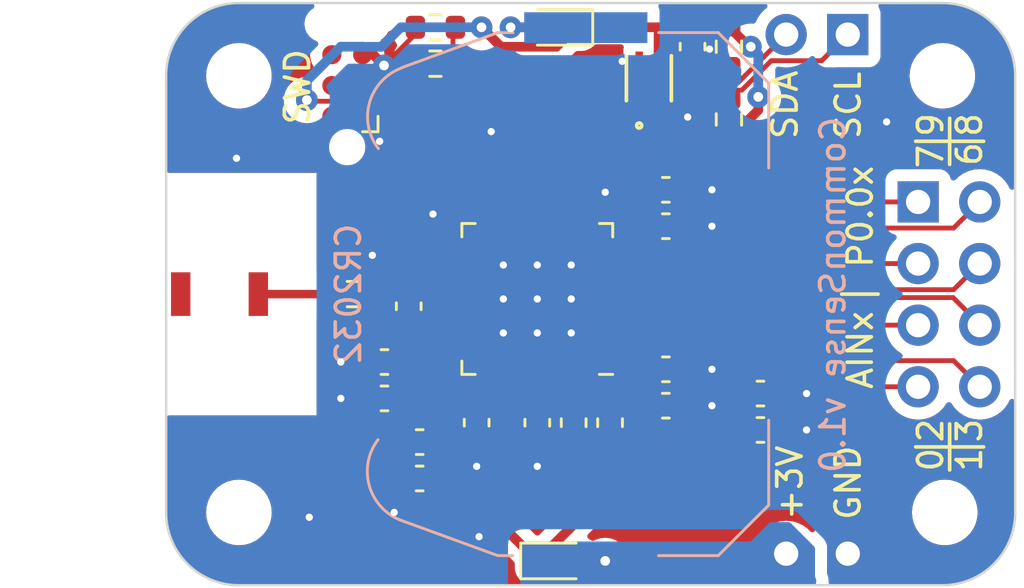
<source format=kicad_pcb>
(kicad_pcb (version 20221018) (generator pcbnew)
  (layers (0 "F.Cu" signal) (31 "B.Cu" signal) (34 "B.Paste" user) (35 "F.Paste" user) (36 "B.SilkS" user "B.Silkscreen") (37 "F.SilkS" user "F.Silkscreen") (38 "B.Mask" user) (39 "F.Mask" user) (44 "Edge.Cuts" user))
  (net 0 "")
  (net 1 "/RF")
  (net 2 "GND")
  (net 3 "/XL1")
  (net 4 "/XL2")
  (net 5 "/DEC1")
  (net 6 "/DEC4")
  (net 7 "/DEC3")
  (net 8 "/DEC2")
  (net 9 "/XC1")
  (net 10 "/XC2")
  (net 11 "/ANT")
  (net 12 "/LED_RES")
  (net 13 "/STATUS_LED")
  (net 14 "/P0.09")
  (net 15 "/P0.08")
  (net 16 "/P0.07")
  (net 17 "/P0.06")
  (net 18 "/AIN3")
  (net 19 "/AIN2")
  (net 20 "/AIN1")
  (net 21 "/AIN0")
  (net 32 "/SWDCLK")
  (net 33 "/SWDIO")
  (net 43 "/SDA")
  (net 44 "/SCL")
  (net 46 "/NRESET")
  (net 47 "/DCC")
  (net 48 "/L_MID")
  (net 49 "+BATT")
  (net 50 "+3V0")
  (footprint "Diode_SMD:D_0603_1608Metric" (layer "F.Cu") (at 152.1 57 180)
    (fp_text reference "D3" hide)
    (fp_text value "CDBU0130L-HF " hide)
    (fp_line (start -1.485 -0.735) (end -1.485 0.735) (stroke (width 0.12)) (layer "F.SilkS"))
    (fp_line (start -1.485 0.735) (end 0.8 0.735) (stroke (width 0.12)) (layer "F.SilkS"))
    (fp_line (start 0.8 -0.735) (end -1.485 -0.735) (stroke (width 0.12)) (layer "F.SilkS"))
    (pad "1" smd roundrect (at -0.7875 0 180) (size 0.875 0.95) (layers "F.Cu" "F.Paste" "F.Mask") (net 50 "+3V0"))
    (pad "2" smd roundrect (at 0.7875 0 180) (size 0.875 0.95) (layers "F.Cu" "F.Paste" "F.Mask") (net 49 "+BATT"))
  )
  (footprint "Connector_PinHeader_2.54mm:PinHeader_1x02_P2.54mm_Vertical" (layer "F.Cu") (at 164.1 78.7 -90)
    (fp_text reference "J2" hide)
    (fp_text value "Conn_01x02" hide)
    (pad "1" thru_hole rect locked (at 0 0 270) (size 1.7 1.7) (drill 1) (layers "*.Cu" "*.Mask") (net 2 "GND"))
    (pad "2" thru_hole oval locked (at 0 2.54 270) (size 1.7 1.7) (drill 1) (layers "*.Cu" "*.Mask") (net 49 "+BATT"))
  )
  (footprint "Capacitor_SMD:C_0603_1608Metric" (layer "F.Cu") (at 156.6 63.7 180)
    (fp_text reference "C14" hide)
    (fp_text value "1u" hide)
    (fp_line (start -0.14058 -0.51) (end 0.14058 -0.51) (stroke (width 0.12)) (layer "F.SilkS"))
    (fp_line (start -0.14058 0.51) (end 0.14058 0.51) (stroke (width 0.12)) (layer "F.SilkS"))
    (pad "1" smd roundrect (at -0.775 0 180) (size 0.9 0.95) (layers "F.Cu" "F.Paste" "F.Mask") (net 2 "GND"))
    (pad "2" smd roundrect (at 0.775 0 180) (size 0.9 0.95) (layers "F.Cu" "F.Paste" "F.Mask") (net 50 "+3V0"))
  )
  (footprint "Capacitor_SMD:C_0603_1608Metric" (layer "F.Cu") (at 145 70.8 180)
    (fp_text reference "C9" hide)
    (fp_text value "N.C." hide)
    (fp_line (start -0.14058 -0.51) (end 0.14058 -0.51) (stroke (width 0.12)) (layer "F.SilkS"))
    (fp_line (start -0.14058 0.51) (end 0.14058 0.51) (stroke (width 0.12)) (layer "F.SilkS"))
    (pad "1" smd roundrect (at -0.775 0 180) (size 0.9 0.95) (layers "F.Cu" "F.Paste" "F.Mask") (net 8 "/DEC2"))
    (pad "2" smd roundrect (at 0.775 0 180) (size 0.9 0.95) (layers "F.Cu" "F.Paste" "F.Mask") (net 2 "GND"))
  )
  (footprint "Capacitor_SMD:C_0603_1608Metric" (layer "F.Cu") (at 156.6 71.1 180)
    (fp_text reference "C3" hide)
    (fp_text value "100n" hide)
    (fp_line (start -0.14058 -0.51) (end 0.14058 -0.51) (stroke (width 0.12)) (layer "F.SilkS"))
    (fp_line (start -0.14058 0.51) (end 0.14058 0.51) (stroke (width 0.12)) (layer "F.SilkS"))
    (pad "1" smd roundrect (at -0.775 0 180) (size 0.9 0.95) (layers "F.Cu" "F.Paste" "F.Mask") (net 2 "GND"))
    (pad "2" smd roundrect (at 0.775 0 180) (size 0.9 0.95) (layers "F.Cu" "F.Paste" "F.Mask") (net 5 "/DEC1"))
  )
  (footprint "Diode_SMD:D_0603_1608Metric" (layer "F.Cu") (at 152.1 79)
    (fp_text reference "D2" hide)
    (fp_text value "CDBU0130L-HF " hide)
    (fp_line (start -1.485 -0.735) (end -1.485 0.735) (stroke (width 0.12)) (layer "F.SilkS"))
    (fp_line (start -1.485 0.735) (end 0.8 0.735) (stroke (width 0.12)) (layer "F.SilkS"))
    (fp_line (start 0.8 -0.735) (end -1.485 -0.735) (stroke (width 0.12)) (layer "F.SilkS"))
    (pad "1" smd roundrect (at -0.7875 0) (size 0.875 0.95) (layers "F.Cu" "F.Paste" "F.Mask") (net 50 "+3V0"))
    (pad "2" smd roundrect (at 0.7875 0) (size 0.875 0.95) (layers "F.Cu" "F.Paste" "F.Mask") (net 49 "+BATT"))
  )
  (footprint "MountingHole:MountingHole_2.2mm_M2" (layer "F.Cu") (at 168.1 77)
    (fp_text reference "H4" hide)
    (fp_text value "MountingHole" hide)
    (pad "" np_thru_hole circle locked (at 0 0) (size 2.2 2.2) (drill 2.2) (layers "*.Cu" "*.Mask"))
  )
  (footprint "Inductor_SMD:L_0603_1608Metric" (layer "F.Cu") (at 154.3 73.3 90)
    (fp_text reference "L3" hide)
    (fp_text value "10uH" hide)
    (fp_line (start -0.162779 -0.51) (end 0.162779 -0.51) (stroke (width 0.12)) (layer "F.SilkS"))
    (fp_line (start -0.162779 0.51) (end 0.162779 0.51) (stroke (width 0.12)) (layer "F.SilkS"))
    (pad "1" smd roundrect (at -0.7875 0 90) (size 0.875 0.95) (layers "F.Cu" "F.Paste" "F.Mask") (net 48 "/L_MID"))
    (pad "2" smd roundrect (at 0.7875 0 90) (size 0.875 0.95) (layers "F.Cu" "F.Paste" "F.Mask") (net 47 "/DCC"))
  )
  (footprint "MountingHole:MountingHole_2.2mm_M2" (layer "F.Cu") (at 139 77)
    (fp_text reference "H1" hide)
    (fp_text value "MountingHole" hide)
    (pad "" np_thru_hole circle locked (at 0 0) (size 2.2 2.2) (drill 2.2) (layers "*.Cu" "*.Mask"))
  )
  (footprint "Connector_PinHeader_2.54mm:PinHeader_2x04_P2.54mm_Vertical" (layer "F.Cu") (at 167 64.2)
    (fp_text reference "J1" hide)
    (fp_text value "Conn_02x04_Counter_Clockwise" hide)
    (pad "1" thru_hole rect locked (at 0 0) (size 1.7 1.7) (drill 1) (layers "*.Cu" "*.Mask") (net 14 "/P0.09"))
    (pad "2" thru_hole oval locked (at 2.54 0) (size 1.7 1.7) (drill 1) (layers "*.Cu" "*.Mask") (net 15 "/P0.08"))
    (pad "3" thru_hole oval locked (at 0 2.54) (size 1.7 1.7) (drill 1) (layers "*.Cu" "*.Mask") (net 16 "/P0.07"))
    (pad "4" thru_hole oval locked (at 2.54 2.54) (size 1.7 1.7) (drill 1) (layers "*.Cu" "*.Mask") (net 17 "/P0.06"))
    (pad "5" thru_hole oval locked (at 0 5.08) (size 1.7 1.7) (drill 1) (layers "*.Cu" "*.Mask") (net 19 "/AIN2"))
    (pad "6" thru_hole oval locked (at 2.54 5.08) (size 1.7 1.7) (drill 1) (layers "*.Cu" "*.Mask") (net 18 "/AIN3"))
    (pad "7" thru_hole oval locked (at 0 7.62) (size 1.7 1.7) (drill 1) (layers "*.Cu" "*.Mask") (net 21 "/AIN0"))
    (pad "8" thru_hole oval locked (at 2.54 7.62) (size 1.7 1.7) (drill 1) (layers "*.Cu" "*.Mask") (net 20 "/AIN1"))
  )
  (footprint "encyclopedia_galactica:ECS-.327-12.5-12R-TR" (layer "F.Cu") (at 159.776228 75.227211 180)
    (fp_text reference "Y1" hide)
    (fp_text value " ECS-.327-12.5-12R-TR " hide)
    (pad "1" smd rect (at -0.7 0 180) (size 0.6 1.1) (layers "F.Cu" "F.Paste" "F.Mask") (net 4 "/XL2"))
    (pad "2" smd rect (at 0.7 0 180) (size 0.6 1.1) (layers "F.Cu" "F.Paste" "F.Mask") (net 3 "/XL1"))
  )
  (footprint "MountingHole:MountingHole_2.2mm_M2" (layer "F.Cu") (at 139 59)
    (fp_text reference "H2" hide)
    (fp_text value "MountingHole" hide)
    (pad "" np_thru_hole circle locked (at 0 0) (size 2.2 2.2) (drill 2.2) (layers "*.Cu" "*.Mask"))
  )
  (footprint "Connector_PinHeader_2.54mm:PinHeader_1x02_P2.54mm_Vertical" (layer "F.Cu") (at 164.1 57.3 -90)
    (fp_text reference "J3" hide)
    (fp_text value "Conn_01x02" hide)
    (pad "1" thru_hole rect locked (at 0 0 270) (size 1.7 1.7) (drill 1) (layers "*.Cu" "*.Mask") (net 44 "/SCL"))
    (pad "2" thru_hole oval locked (at 0 2.54 270) (size 1.7 1.7) (drill 1) (layers "*.Cu" "*.Mask") (net 43 "/SDA"))
  )
  (footprint "Resistor_SMD:R_0603_1608Metric" (layer "F.Cu") (at 147.1 57)
    (fp_text reference "D1" hide)
    (fp_text value "LED" hide)
    (fp_line (start -0.237258 -0.5225) (end 0.237258 -0.5225) (stroke (width 0.12)) (layer "F.SilkS"))
    (fp_line (start -0.237258 0.5225) (end 0.237258 0.5225) (stroke (width 0.12)) (layer "F.SilkS"))
    (pad "1" smd roundrect (at -0.825 0) (size 0.8 0.95) (layers "F.Cu" "F.Paste" "F.Mask") (net 2 "GND"))
    (pad "2" smd roundrect (at 0.825 0) (size 0.8 0.95) (layers "F.Cu" "F.Paste" "F.Mask") (net 12 "/LED_RES"))
  )
  (footprint "Package_DFN_QFN:QFN-48-1EP_6x6mm_P0.4mm_EP4.6x4.6mm" (layer "F.Cu") (at 151.3 68.2 180)
    (fp_text reference "U1" hide)
    (fp_text value "NRF52810-QFAA-R7" hide)
    (fp_line (start -3.11 3.11) (end -3.11 2.56) (stroke (width 0.12)) (layer "F.SilkS"))
    (fp_line (start -2.56 -3.11) (end -3.11 -3.11) (stroke (width 0.12)) (layer "F.SilkS"))
    (fp_line (start -2.56 3.11) (end -3.11 3.11) (stroke (width 0.12)) (layer "F.SilkS"))
    (fp_line (start 2.56 -3.11) (end 3.11 -3.11) (stroke (width 0.12)) (layer "F.SilkS"))
    (fp_line (start 2.56 3.11) (end 3.11 3.11) (stroke (width 0.12)) (layer "F.SilkS"))
    (fp_line (start 3.11 -3.11) (end 3.11 -2.56) (stroke (width 0.12)) (layer "F.SilkS"))
    (fp_line (start 3.11 3.11) (end 3.11 2.56) (stroke (width 0.12)) (layer "F.SilkS"))
    (pad "1" smd roundrect (at -2.95 -2.2 180) (size 0.8 0.2) (layers "F.Cu" "F.Paste" "F.Mask") (net 5 "/DEC1"))
    (pad "2" smd roundrect (at -2.95 -1.8 180) (size 0.8 0.2) (layers "F.Cu" "F.Paste" "F.Mask") (net 3 "/XL1"))
    (pad "3" smd roundrect (at -2.95 -1.4 180) (size 0.8 0.2) (layers "F.Cu" "F.Paste" "F.Mask") (net 4 "/XL2"))
    (pad "4" smd roundrect (at -2.95 -1 180) (size 0.8 0.2) (layers "F.Cu" "F.Paste" "F.Mask") (net 21 "/AIN0"))
    (pad "5" smd roundrect (at -2.95 -0.6 180) (size 0.8 0.2) (layers "F.Cu" "F.Paste" "F.Mask") (net 20 "/AIN1"))
    (pad "6" smd roundrect (at -2.95 -0.2 180) (size 0.8 0.2) (layers "F.Cu" "F.Paste" "F.Mask") (net 19 "/AIN2"))
    (pad "7" smd roundrect (at -2.95 0.2 180) (size 0.8 0.2) (layers "F.Cu" "F.Paste" "F.Mask") (net 18 "/AIN3"))
    (pad "8" smd roundrect (at -2.95 0.6 180) (size 0.8 0.2) (layers "F.Cu" "F.Paste" "F.Mask") (net 17 "/P0.06"))
    (pad "9" smd roundrect (at -2.95 1 180) (size 0.8 0.2) (layers "F.Cu" "F.Paste" "F.Mask") (net 16 "/P0.07"))
    (pad "10" smd roundrect (at -2.95 1.4 180) (size 0.8 0.2) (layers "F.Cu" "F.Paste" "F.Mask") (net 15 "/P0.08"))
    (pad "11" smd roundrect (at -2.95 1.8 180) (size 0.8 0.2) (layers "F.Cu" "F.Paste" "F.Mask") (net 14 "/P0.09"))
    (pad "12" smd roundrect (at -2.95 2.2 180) (size 0.8 0.2) (layers "F.Cu" "F.Paste" "F.Mask"))
    (pad "13" smd roundrect (at -2.2 2.95 180) (size 0.2 0.8) (layers "F.Cu" "F.Paste" "F.Mask") (net 50 "+3V0"))
    (pad "14" smd roundrect (at -1.8 2.95 180) (size 0.2 0.8) (layers "F.Cu" "F.Paste" "F.Mask"))
    (pad "15" smd roundrect (at -1.4 2.95 180) (size 0.2 0.8) (layers "F.Cu" "F.Paste" "F.Mask"))
    (pad "16" smd roundrect (at -1 2.95 180) (size 0.2 0.8) (layers "F.Cu" "F.Paste" "F.Mask") (net 44 "/SCL"))
    (pad "17" smd roundrect (at -0.6 2.95 180) (size 0.2 0.8) (layers "F.Cu" "F.Paste" "F.Mask") (net 43 "/SDA"))
    (pad "18" smd roundrect (at -0.2 2.95 180) (size 0.2 0.8) (layers "F.Cu" "F.Paste" "F.Mask"))
    (pad "19" smd roundrect (at 0.2 2.95 180) (size 0.2 0.8) (layers "F.Cu" "F.Paste" "F.Mask"))
    (pad "20" smd roundrect (at 0.6 2.95 180) (size 0.2 0.8) (layers "F.Cu" "F.Paste" "F.Mask"))
    (pad "21" smd roundrect (at 1 2.95 180) (size 0.2 0.8) (layers "F.Cu" "F.Paste" "F.Mask"))
    (pad "22" smd roundrect (at 1.4 2.95 180) (size 0.2 0.8) (layers "F.Cu" "F.Paste" "F.Mask"))
    (pad "23" smd roundrect (at 1.8 2.95 180) (size 0.2 0.8) (layers "F.Cu" "F.Paste" "F.Mask") (net 13 "/STATUS_LED"))
    (pad "24" smd roundrect (at 2.2 2.95 180) (size 0.2 0.8) (layers "F.Cu" "F.Paste" "F.Mask") (net 46 "/NRESET"))
    (pad "25" smd roundrect (at 2.95 2.2 180) (size 0.8 0.2) (layers "F.Cu" "F.Paste" "F.Mask") (net 32 "/SWDCLK"))
    (pad "26" smd roundrect (at 2.95 1.8 180) (size 0.8 0.2) (layers "F.Cu" "F.Paste" "F.Mask") (net 33 "/SWDIO"))
    (pad "27" smd roundrect (at 2.95 1.4 180) (size 0.8 0.2) (layers "F.Cu" "F.Paste" "F.Mask"))
    (pad "28" smd roundrect (at 2.95 1 180) (size 0.8 0.2) (layers "F.Cu" "F.Paste" "F.Mask"))
    (pad "29" smd roundrect (at 2.95 0.6 180) (size 0.8 0.2) (layers "F.Cu" "F.Paste" "F.Mask"))
    (pad "30" smd roundrect (at 2.95 0.2 180) (size 0.8 0.2) (layers "F.Cu" "F.Paste" "F.Mask") (net 11 "/ANT"))
    (pad "31" smd roundrect (at 2.95 -0.2 180) (size 0.8 0.2) (layers "F.Cu" "F.Paste" "F.Mask") (net 2 "GND"))
    (pad "32" smd roundrect (at 2.95 -0.6 180) (size 0.8 0.2) (layers "F.Cu" "F.Paste" "F.Mask") (net 8 "/DEC2"))
    (pad "33" smd roundrect (at 2.95 -1 180) (size 0.8 0.2) (layers "F.Cu" "F.Paste" "F.Mask") (net 7 "/DEC3"))
    (pad "34" smd roundrect (at 2.95 -1.4 180) (size 0.8 0.2) (layers "F.Cu" "F.Paste" "F.Mask") (net 10 "/XC2"))
    (pad "35" smd roundrect (at 2.95 -1.8 180) (size 0.8 0.2) (layers "F.Cu" "F.Paste" "F.Mask") (net 9 "/XC1"))
    (pad "36" smd roundrect (at 2.95 -2.2 180) (size 0.8 0.2) (layers "F.Cu" "F.Paste" "F.Mask") (net 50 "+3V0"))
    (pad "37" smd roundrect (at 2.2 -2.95 180) (size 0.2 0.8) (layers "F.Cu" "F.Paste" "F.Mask"))
    (pad "38" smd roundrect (at 1.8 -2.95 180) (size 0.2 0.8) (layers "F.Cu" "F.Paste" "F.Mask"))
    (pad "39" smd roundrect (at 1.4 -2.95 180) (size 0.2 0.8) (layers "F.Cu" "F.Paste" "F.Mask"))
    (pad "40" smd roundrect (at 1 -2.95 180) (size 0.2 0.8) (layers "F.Cu" "F.Paste" "F.Mask"))
    (pad "41" smd roundrect (at 0.6 -2.95 180) (size 0.2 0.8) (layers "F.Cu" "F.Paste" "F.Mask"))
    (pad "42" smd roundrect (at 0.2 -2.95 180) (size 0.2 0.8) (layers "F.Cu" "F.Paste" "F.Mask"))
    (pad "43" smd roundrect (at -0.2 -2.95 180) (size 0.2 0.8) (layers "F.Cu" "F.Paste" "F.Mask"))
    (pad "44" smd roundrect (at -0.6 -2.95 180) (size 0.2 0.8) (layers "F.Cu" "F.Paste" "F.Mask"))
    (pad "45" smd roundrect (at -1 -2.95 180) (size 0.2 0.8) (layers "F.Cu" "F.Paste" "F.Mask") (net 2 "GND"))
    (pad "46" smd roundrect (at -1.4 -2.95 180) (size 0.2 0.8) (layers "F.Cu" "F.Paste" "F.Mask") (net 6 "/DEC4"))
    (pad "47" smd roundrect (at -1.8 -2.95 180) (size 0.2 0.8) (layers "F.Cu" "F.Paste" "F.Mask") (net 47 "/DCC"))
    (pad "48" smd roundrect (at -2.2 -2.95 180) (size 0.2 0.8) (layers "F.Cu" "F.Paste" "F.Mask") (net 50 "+3V0"))
    (pad "49" smd rect (at 0 0 180) (size 4.6 4.6) (layers "F.Cu" "F.Mask") (net 2 "GND"))
  )
  (footprint "Capacitor_SMD:C_0603_1608Metric" (layer "F.Cu") (at 145 72.3 180)
    (fp_text reference "C8" hide)
    (fp_text value "100pF" hide)
    (fp_line (start -0.14058 -0.51) (end 0.14058 -0.51) (stroke (width 0.12)) (layer "F.SilkS"))
    (fp_line (start -0.14058 0.51) (end 0.14058 0.51) (stroke (width 0.12)) (layer "F.SilkS"))
    (pad "1" smd roundrect (at -0.775 0 180) (size 0.9 0.95) (layers "F.Cu" "F.Paste" "F.Mask") (net 7 "/DEC3"))
    (pad "2" smd roundrect (at 0.775 0 180) (size 0.9 0.95) (layers "F.Cu" "F.Paste" "F.Mask") (net 2 "GND"))
  )
  (footprint "Capacitor_SMD:C_0603_1608Metric" (layer "F.Cu") (at 156.6 72.6 180)
    (fp_text reference "C5" hide)
    (fp_text value "4u7" hide)
    (fp_line (start -0.14058 -0.51) (end 0.14058 -0.51) (stroke (width 0.12)) (layer "F.SilkS"))
    (fp_line (start -0.14058 0.51) (end 0.14058 0.51) (stroke (width 0.12)) (layer "F.SilkS"))
    (pad "1" smd roundrect (at -0.775 0 180) (size 0.9 0.95) (layers "F.Cu" "F.Paste" "F.Mask") (net 2 "GND"))
    (pad "2" smd roundrect (at 0.775 0 180) (size 0.9 0.95) (layers "F.Cu" "F.Paste" "F.Mask") (net 50 "+3V0"))
  )
  (footprint "Capacitor_SMD:C_0603_1608Metric" (layer "F.Cu") (at 146.45 74.1 180)
    (fp_text reference "C11" hide)
    (fp_text value "12pF" hide)
    (fp_line (start -0.14058 -0.51) (end 0.14058 -0.51) (stroke (width 0.12)) (layer "F.SilkS"))
    (fp_line (start -0.14058 0.51) (end 0.14058 0.51) (stroke (width 0.12)) (layer "F.SilkS"))
    (pad "1" smd roundrect (at -0.775 0 180) (size 0.9 0.95) (layers "F.Cu" "F.Paste" "F.Mask") (net 10 "/XC2"))
    (pad "2" smd roundrect (at 0.775 0 180) (size 0.9 0.95) (layers "F.Cu" "F.Paste" "F.Mask") (net 2 "GND"))
  )
  (footprint "Resistor_SMD:R_0603_1608Metric" (layer "F.Cu") (at 159.2 57.8 -90)
    (fp_text reference "R4" hide)
    (fp_text value "10k" hide)
    (fp_line (start -0.237258 -0.5225) (end 0.237258 -0.5225) (stroke (width 0.12)) (layer "F.SilkS"))
    (fp_line (start -0.237258 0.5225) (end 0.237258 0.5225) (stroke (width 0.12)) (layer "F.SilkS"))
    (pad "1" smd roundrect (at -0.825 0 270) (size 0.8 0.95) (layers "F.Cu" "F.Paste" "F.Mask") (net 50 "+3V0"))
    (pad "2" smd roundrect (at 0.825 0 270) (size 0.8 0.95) (layers "F.Cu" "F.Paste" "F.Mask") (net 43 "/SDA"))
  )
  (footprint "Connector:Tag-Connect_TC2030-IDC-NL_2x03_P1.27mm_Vertical" (layer "F.Cu") (at 143.465 59.4 90)
    (fp_text reference "J5" hide)
    (fp_text value "Conn_ARM_SWD_TagConnect_TC2030-NL" hide)
    (fp_line (start -1.905 1.27) (end -1.905 0.635) (stroke (width 0.12)) (layer "F.SilkS"))
    (fp_line (start -1.27 1.27) (end -1.905 1.27) (stroke (width 0.12)) (layer "F.SilkS"))
    (pad "" np_thru_hole circle (at -2.54 0 90) (size 0.9906 0.9906) (drill 0.9906) (layers "*.Cu" "*.Mask"))
    (pad "" np_thru_hole circle (at 2.54 -1.016 90) (size 0.9906 0.9906) (drill 0.9906) (layers "*.Cu" "*.Mask"))
    (pad "" np_thru_hole circle (at 2.54 1.016 90) (size 0.9906 0.9906) (drill 0.9906) (layers "*.Cu" "*.Mask"))
    (pad "1" connect circle (at -1.27 0.635 90) (size 0.7874 0.7874) (layers "F.Cu" "F.Mask") (net 50 "+3V0"))
    (pad "2" connect circle (at -1.27 -0.635 90) (size 0.7874 0.7874) (layers "F.Cu" "F.Mask") (net 33 "/SWDIO"))
    (pad "3" connect circle (at 0 0.635 90) (size 0.7874 0.7874) (layers "F.Cu" "F.Mask") (net 46 "/NRESET"))
    (pad "4" connect circle (at 0 -0.635 90) (size 0.7874 0.7874) (layers "F.Cu" "F.Mask") (net 32 "/SWDCLK"))
    (pad "5" connect circle (at 1.27 0.635 90) (size 0.7874 0.7874) (layers "F.Cu" "F.Mask") (net 2 "GND"))
    (pad "6" connect circle (at 1.27 -0.635 90) (size 0.7874 0.7874) (layers "F.Cu" "F.Mask"))
    (zone (net 0) (net_name "") (layer "F.Cu") (connect_pads (clearance 0)) (min_thickness 0.254)
      (keepout (tracks allowed) (vias not_allowed) (pads allowed) (copperpour not_allowed) (footprints not_allowed))
      (fill (thermal_gap 0.508) (thermal_bridge_width 0.508))
      (polygon (pts (xy 142.83 58.13) (xy 142.83 60.67) (xy 144.1 60.67) (xy 144.1 58.13)))
    )
  )
  (footprint "Resistor_SMD:R_0603_1608Metric" (layer "F.Cu") (at 147.1 58.5)
    (fp_text reference "R1" hide)
    (fp_text value "R" hide)
    (fp_line (start -0.237258 -0.5225) (end 0.237258 -0.5225) (stroke (width 0.12)) (layer "F.SilkS"))
    (fp_line (start -0.237258 0.5225) (end 0.237258 0.5225) (stroke (width 0.12)) (layer "F.SilkS"))
    (pad "1" smd roundrect (at -0.825 0) (size 0.8 0.95) (layers "F.Cu" "F.Paste" "F.Mask") (net 13 "/STATUS_LED"))
    (pad "2" smd roundrect (at 0.825 0) (size 0.8 0.95) (layers "F.Cu" "F.Paste" "F.Mask") (net 12 "/LED_RES"))
  )
  (footprint "MountingHole:MountingHole_2.2mm_M2" (layer "F.Cu") (at 168 59)
    (fp_text reference "H3" hide)
    (fp_text value "MountingHole" hide)
    (pad "" np_thru_hole circle locked (at 0 0) (size 2.2 2.2) (drill 2.2) (layers "*.Cu" "*.Mask"))
  )
  (footprint "Resistor_SMD:R_0603_1608Metric" (layer "F.Cu") (at 143.7 68 180)
    (fp_text reference "L1" hide)
    (fp_text value "3.9nH" hide)
    (fp_line (start -0.237258 -0.5225) (end 0.237258 -0.5225) (stroke (width 0.12)) (layer "F.SilkS"))
    (fp_line (start -0.237258 0.5225) (end 0.237258 0.5225) (stroke (width 0.12)) (layer "F.SilkS"))
    (pad "1" smd roundrect (at -0.825 0 180) (size 0.8 0.95) (layers "F.Cu" "F.Paste" "F.Mask") (net 11 "/ANT"))
    (pad "2" smd roundrect (at 0.825 0 180) (size 0.8 0.95) (layers "F.Cu" "F.Paste" "F.Mask") (net 1 "/RF"))
  )
  (footprint "Resistor_SMD:R_0603_1608Metric" (layer "F.Cu") (at 159.2 60.8 -90)
    (fp_text reference "R3" hide)
    (fp_text value "10k" hide)
    (fp_line (start -0.237258 -0.5225) (end 0.237258 -0.5225) (stroke (width 0.12)) (layer "F.SilkS"))
    (fp_line (start -0.237258 0.5225) (end 0.237258 0.5225) (stroke (width 0.12)) (layer "F.SilkS"))
    (pad "1" smd roundrect (at -0.825 0 270) (size 0.8 0.95) (layers "F.Cu" "F.Paste" "F.Mask") (net 44 "/SCL"))
    (pad "2" smd roundrect (at 0.825 0 270) (size 0.8 0.95) (layers "F.Cu" "F.Paste" "F.Mask") (net 50 "+3V0"))
  )
  (footprint "Capacitor_SMD:C_0603_1608Metric" (layer "F.Cu") (at 148.8 73.3 90)
    (fp_text reference "C7" hide)
    (fp_text value "100n" hide)
    (fp_line (start -0.14058 -0.51) (end 0.14058 -0.51) (stroke (width 0.12)) (layer "F.SilkS"))
    (fp_line (start -0.14058 0.51) (end 0.14058 0.51) (stroke (width 0.12)) (layer "F.SilkS"))
    (pad "1" smd roundrect (at -0.775 0 90) (size 0.9 0.95) (layers "F.Cu" "F.Paste" "F.Mask") (net 2 "GND"))
    (pad "2" smd roundrect (at 0.775 0 90) (size 0.9 0.95) (layers "F.Cu" "F.Paste" "F.Mask") (net 50 "+3V0"))
  )
  (footprint "Capacitor_SMD:C_0603_1608Metric" (layer "F.Cu") (at 157.7 57.8 -90)
    (fp_text reference "C13" hide)
    (fp_text value "100n" hide)
    (fp_line (start -0.14058 -0.51) (end 0.14058 -0.51) (stroke (width 0.12)) (layer "F.SilkS"))
    (fp_line (start -0.14058 0.51) (end 0.14058 0.51) (stroke (width 0.12)) (layer "F.SilkS"))
    (pad "1" smd roundrect (at -0.775 0 270) (size 0.9 0.95) (layers "F.Cu" "F.Paste" "F.Mask") (net 50 "+3V0"))
    (pad "2" smd roundrect (at 0.775 0 270) (size 0.9 0.95) (layers "F.Cu" "F.Paste" "F.Mask") (net 2 "GND"))
  )
  (footprint "Capacitor_SMD:C_0603_1608Metric" (layer "F.Cu") (at 160.5 73.6)
    (fp_text reference "C2" hide)
    (fp_text value "12pF" hide)
    (fp_line (start -0.14058 -0.51) (end 0.14058 -0.51) (stroke (width 0.12)) (layer "F.SilkS"))
    (fp_line (start -0.14058 0.51) (end 0.14058 0.51) (stroke (width 0.12)) (layer "F.SilkS"))
    (pad "1" smd roundrect (at -0.775 0) (size 0.9 0.95) (layers "F.Cu" "F.Paste" "F.Mask") (net 4 "/XL2"))
    (pad "2" smd roundrect (at 0.775 0) (size 0.9 0.95) (layers "F.Cu" "F.Paste" "F.Mask") (net 2 "GND"))
  )
  (footprint "Capacitor_SMD:C_0603_1608Metric" (layer "F.Cu") (at 156.6 65.2 180)
    (fp_text reference "C4" hide)
    (fp_text value "100n" hide)
    (fp_line (start -0.14058 -0.51) (end 0.14058 -0.51) (stroke (width 0.12)) (layer "F.SilkS"))
    (fp_line (start -0.14058 0.51) (end 0.14058 0.51) (stroke (width 0.12)) (layer "F.SilkS"))
    (pad "1" smd roundrect (at -0.775 0 180) (size 0.9 0.95) (layers "F.Cu" "F.Paste" "F.Mask") (net 2 "GND"))
    (pad "2" smd roundrect (at 0.775 0 180) (size 0.9 0.95) (layers "F.Cu" "F.Paste" "F.Mask") (net 50 "+3V0"))
  )
  (footprint "encyclopedia_galactica:DFN4_SHT41_SEN" (layer "F.Cu") (at 155.9 59.1 90)
    (fp_text reference "U2" hide)
    (fp_text value "SHT41-AD1B-R2" hide)
    (fp_line (start -0.9271 0.9271) (end 0.9271 0.9271) (stroke (width 0.1524)) (layer "F.SilkS"))
    (fp_line (start 0.9271 -0.9271) (end -0.9271 -0.9271) (stroke (width 0.1524)) (layer "F.SilkS"))
    (fp_circle (center -1.950999 -0.40005) (end -1.849399 -0.40005) (stroke (width 0.1524)) (fill none) (layer "F.SilkS"))
    (pad "1" smd rect (at -0.7469 -0.40005 90) (size 0.706399 0.3056) (layers "F.Cu" "F.Paste" "F.Mask") (net 43 "/SDA"))
    (pad "2" smd rect (at -0.7469 0.40005 90) (size 0.706399 0.3056) (layers "F.Cu" "F.Paste" "F.Mask") (net 44 "/SCL"))
    (pad "3" smd rect (at 0.7469 0.40005 90) (size 0.706399 0.3056) (layers "F.Cu" "F.Paste" "F.Mask") (net 50 "+3V0"))
    (pad "4" smd rect (at 0.7469 -0.40005 90) (size 0.706399 0.3056) (layers "F.Cu" "F.Paste" "F.Mask") (net 2 "GND"))
  )
  (footprint "Capacitor_SMD:C_0603_1608Metric" (layer "F.Cu") (at 160.5 72.1)
    (fp_text reference "C1" hide)
    (fp_text value "12pF" hide)
    (fp_line (start -0.14058 -0.51) (end 0.14058 -0.51) (stroke (width 0.12)) (layer "F.SilkS"))
    (fp_line (start -0.14058 0.51) (end 0.14058 0.51) (stroke (width 0.12)) (layer "F.SilkS"))
    (pad "1" smd roundrect (at -0.775 0) (size 0.9 0.95) (layers "F.Cu" "F.Paste" "F.Mask") (net 3 "/XL1"))
    (pad "2" smd roundrect (at 0.775 0) (size 0.9 0.95) (layers "F.Cu" "F.Paste" "F.Mask") (net 2 "GND"))
  )
  (footprint "Inductor_SMD:L_0603_1608Metric" (layer "F.Cu") (at 152.8 73.3 -90)
    (fp_text reference "L2" hide)
    (fp_text value "15nH" hide)
    (fp_line (start -0.162779 -0.51) (end 0.162779 -0.51) (stroke (width 0.12)) (layer "F.SilkS"))
    (fp_line (start -0.162779 0.51) (end 0.162779 0.51) (stroke (width 0.12)) (layer "F.SilkS"))
    (pad "1" smd roundrect (at -0.7875 0 270) (size 0.875 0.95) (layers "F.Cu" "F.Paste" "F.Mask") (net 6 "/DEC4"))
    (pad "2" smd roundrect (at 0.7875 0 270) (size 0.875 0.95) (layers "F.Cu" "F.Paste" "F.Mask") (net 48 "/L_MID"))
  )
  (footprint "encyclopedia_galactica:ABM11W-30.0000MHZ-7-D1X-T3" (layer "F.Cu") (at 147.1625 77.5)
    (fp_text reference "Y2" hide)
    (fp_text value "ABM11W-32.0000MHZ-7-D1X-T3 " hide)
    (pad "1" smd rect (at -0.637 -0.487 90) (size 0.775 0.875) (layers "F.Cu" "F.Paste" "F.Mask") (net 2 "GND"))
    (pad "2" smd rect (at 0.637 -0.487 90) (size 0.775 0.875) (layers "F.Cu" "F.Paste" "F.Mask") (net 9 "/XC1"))
    (pad "3" smd rect (at -0.637 0.487 90) (size 0.775 0.875) (layers "F.Cu" "F.Paste" "F.Mask") (net 10 "/XC2"))
    (pad "4" smd rect (at 0.637 0.487 90) (size 0.775 0.875) (layers "F.Cu" "F.Paste" "F.Mask") (net 2 "GND"))
  )
  (footprint "Capacitor_SMD:C_0603_1608Metric" (layer "F.Cu") (at 146 68.5 90)
    (fp_text reference "C12" hide)
    (fp_text value "0.8pF" hide)
    (fp_line (start -0.14058 -0.51) (end 0.14058 -0.51) (stroke (width 0.12)) (layer "F.SilkS"))
    (fp_line (start -0.14058 0.51) (end 0.14058 0.51) (stroke (width 0.12)) (layer "F.SilkS"))
    (pad "1" smd roundrect (at -0.775 0 90) (size 0.9 0.95) (layers "F.Cu" "F.Paste" "F.Mask") (net 2 "GND"))
    (pad "2" smd roundrect (at 0.775 0 90) (size 0.9 0.95) (layers "F.Cu" "F.Paste" "F.Mask") (net 11 "/ANT"))
  )
  (footprint "Capacitor_SMD:C_0603_1608Metric" (layer "F.Cu") (at 151.3 73.3 -90)
    (fp_text reference "C6" hide)
    (fp_text value "1u" hide)
    (fp_line (start -0.14058 -0.51) (end 0.14058 -0.51) (stroke (width 0.12)) (layer "F.SilkS"))
    (fp_line (start -0.14058 0.51) (end 0.14058 0.51) (stroke (width 0.12)) (layer "F.SilkS"))
    (pad "1" smd roundrect (at -0.775 0 270) (size 0.9 0.95) (layers "F.Cu" "F.Paste" "F.Mask") (net 6 "/DEC4"))
    (pad "2" smd roundrect (at 0.775 0 270) (size 0.9 0.95) (layers "F.Cu" "F.Paste" "F.Mask") (net 2 "GND"))
  )
  (footprint "encyclopedia_galactica:2108838-1" (layer "F.Cu") (at 135.7 68)
    (fp_text reference "AE1" hide)
    (fp_text value "2108838-1" hide)
    (pad "1" smd rect locked (at 4.1 0) (size 0.8 1.8) (layers "F.Cu" "F.Paste" "F.Mask") (net 1 "/RF"))
    (pad "2" smd rect locked (at 0.9 0) (size 0.8 1.8) (layers "F.Cu" "F.Paste" "F.Mask"))
    (zone (net 0) (net_name "") (layers "*.Cu") (connect_pads (clearance 0)) (min_thickness 0.25)
      (keepout (tracks allowed) (vias not_allowed) (pads allowed) (copperpour not_allowed) (footprints not_allowed))
      (fill (thermal_gap 0.5) (thermal_bridge_width 0.5))
      (polygon (pts (xy 129.2 63) (xy 129.2 73) (xy 142.2 73) (xy 142.2 63)))
    )
  )
  (footprint "Capacitor_SMD:C_0603_1608Metric" (layer "F.Cu") (at 146.45 75.6 180)
    (fp_text reference "C10" hide)
    (fp_text value "12pF" hide)
    (fp_line (start -0.14058 -0.51) (end 0.14058 -0.51) (stroke (width 0.12)) (layer "F.SilkS"))
    (fp_line (start -0.14058 0.51) (end 0.14058 0.51) (stroke (width 0.12)) (layer "F.SilkS"))
    (pad "1" smd roundrect (at -0.775 0 180) (size 0.9 0.95) (layers "F.Cu" "F.Paste" "F.Mask") (net 9 "/XC1"))
    (pad "2" smd roundrect (at 0.775 0 180) (size 0.9 0.95) (layers "F.Cu" "F.Paste" "F.Mask") (net 2 "GND"))
  )
  (footprint "Battery:BatteryHolder_Keystone_3034_1x20mm" (layer "B.Cu") (at 153.3 68 90)
    (fp_text reference "BT1" hide)
    (fp_text value "Battery_Cell" hide)
    (fp_line (start -10.78 -3.63) (end -9.34 -7.58) (stroke (width 0.12)) (layer "B.SilkS"))
    (fp_line (start -10.78 -3) (end -10.78 -3.63) (stroke (width 0.12)) (layer "B.SilkS"))
    (fp_line (start -10.78 5.46) (end -10.78 3) (stroke (width 0.12)) (layer "B.SilkS"))
    (fp_line (start -8.7 7.54) (end -10.78 5.46) (stroke (width 0.12)) (layer "B.SilkS"))
    (fp_line (start -5.2 7.54) (end -8.7 7.54) (stroke (width 0.12)) (layer "B.SilkS"))
    (fp_line (start 8.7 7.54) (end 5.2 7.54) (stroke (width 0.12)) (layer "B.SilkS"))
    (fp_line (start 8.7 7.54) (end 10.78 5.46) (stroke (width 0.12)) (layer "B.SilkS"))
    (fp_line (start 10.78 -3.63) (end 9.34 -7.58) (stroke (width 0.12)) (layer "B.SilkS"))
    (fp_line (start 10.78 -3) (end 10.78 -3.63) (stroke (width 0.12)) (layer "B.SilkS"))
    (fp_line (start 10.78 5.46) (end 10.78 3) (stroke (width 0.12)) (layer "B.SilkS"))
    (fp_arc (start -9.34 -7.58) (mid -7.921654 -8.918738) (end -6.003354 -8.56653) (stroke (width 0.12)) (layer "B.SilkS"))
    (fp_arc (start 6 -8.55) (mid 7.90634 -8.911669) (end 9.325243 -7.588169) (stroke (width 0.12)) (layer "B.SilkS"))
    (pad "1" smd rect (at -10.985 0 90) (size 1.27 5.08) (layers "B.Cu" "B.Paste" "B.Mask") (net 49 "+BATT"))
    (pad "1" smd rect (at 10.985 0 90) (size 1.27 5.08) (layers "B.Cu" "B.Paste" "B.Mask") (net 49 "+BATT"))
    (pad "2" smd circle (at 0 0 90) (size 17.8 17.8) (layers "B.Cu" "B.Mask") (net 2 "GND"))
  )
  (gr_line (start 168.3 75.25) (end 168.3 73.35) (stroke (width 0.15)) (layer "F.SilkS"))
  (gr_line (start 165.35 68) (end 163.85 68) (stroke (width 0.15)) (layer "F.SilkS"))
  (gr_line (start 168.3 62.65) (end 168.3 60.75) (stroke (width 0.15)) (layer "F.SilkS"))
  (gr_line (start 166.9 74.3) (end 169.7 74.3) (stroke (width 0.15)) (layer "F.SilkS"))
  (gr_line (start 166.9 61.7) (end 169.7 61.7) (stroke (width 0.15)) (layer "F.SilkS"))
  (gr_line locked (start 168.000001 80.000001) (end 139 80) (stroke (width 0.1)) (layer "Edge.Cuts"))
  (gr_line locked (start 171 59) (end 171 77) (stroke (width 0.1)) (layer "Edge.Cuts"))
  (gr_arc locked (start 138.999999 80.000001) (mid 136.878679 79.121321) (end 135.999999 77.000001) (stroke (width 0.1)) (layer "Edge.Cuts"))
  (gr_arc locked (start 168 56) (mid 170.12132 56.87868) (end 171 59) (stroke (width 0.1)) (layer "Edge.Cuts"))
  (gr_arc locked (start 135.999999 58.999999) (mid 136.878679 56.878679) (end 138.999999 55.999999) (stroke (width 0.1)) (layer "Edge.Cuts"))
  (gr_line locked (start 139 56) (end 168 56) (stroke (width 0.1)) (layer "Edge.Cuts"))
  (gr_arc locked (start 171.000001 77.000001) (mid 170.121321 79.121321) (end 168.000001 80.000001) (stroke (width 0.1)) (layer "Edge.Cuts"))
  (gr_line locked (start 136 77) (end 136 59) (stroke (width 0.1)) (layer "Edge.Cuts"))
  (gr_text "CommonSense v1.0" (at 162.9 60.6 90) (layer "B.SilkS") (effects (font (size 1 1)) (justify left top mirror)))
  (gr_text "CR2032" (at 144.1 65 90) (layer "B.SilkS") (effects (font (size 1 1)) (justify left bottom mirror)))
  (gr_text "7" (at 168.1 62.9 90) (layer "F.SilkS") (effects (font (size 1 1)) (justify left bottom)))
  (gr_text "SCL" (at 164.7 61.7 90) (layer "F.SilkS") (effects (font (size 1 1)) (justify left bottom)))
  (gr_text "SDA" (at 162.1 61.7 90) (layer "F.SilkS") (effects (font (size 1 1)) (justify left bottom)))
  (gr_text "P0.0x" (at 165.2 67 90) (layer "F.SilkS") (effects (font (size 1 1)) (justify left bottom)))
  (gr_text "+3V" (at 162.3 77.4 90) (layer "F.SilkS") (effects (font (size 1 1)) (justify left bottom)))
  (gr_text "6" (at 169.7 62.8 90) (layer "F.SilkS") (effects (font (size 1 1)) (justify left bottom)))
  (gr_text "SWD" (at 142 61.1 90) (layer "F.SilkS") (effects (font (size 1 1)) (justify left bottom)))
  (gr_text "GND" (at 164.7 77.4 90) (layer "F.SilkS") (effects (font (size 1 1)) (justify left bottom)))
  (gr_text "0" (at 168.1 75.4 90) (layer "F.SilkS") (effects (font (size 1 1)) (justify left bottom)))
  (gr_text "AINx" (at 165.2 72 90) (layer "F.SilkS") (effects (font (size 1 1)) (justify left bottom)))
  (gr_text "3" (at 169.7 74.2 90) (layer "F.SilkS") (effects (font (size 1 1)) (justify left bottom)))
  (gr_text "9" (at 168.1 61.6 90) (layer "F.SilkS") (effects (font (size 1 1)) (justify left bottom)))
  (gr_text "2" (at 168.1 74.2 90) (layer "F.SilkS") (effects (font (size 1 1)) (justify left bottom)))
  (gr_text "8" (at 169.7 61.6 90) (layer "F.SilkS") (effects (font (size 1 1)) (justify left bottom)))
  (gr_text "1" (at 169.7 75.4 90) (layer "F.SilkS") (effects (font (size 1 1)) (justify left bottom)))
  (segment (start 142.875 68) (end 139.8 68) (width 0.35) (layer "F.Cu") (net 1))
  (segment (start 144.980937 58.5742) (end 144.536737 58.13) (width 0.4) (layer "F.Cu") (net 2))
  (segment (start 144.536737 58.13) (end 144.1 58.13) (width 0.4) (layer "F.Cu") (net 2))
  (segment (start 154.8 58.4) (end 155.45305 58.4) (width 0.4) (layer "F.Cu") (net 2))
  (segment (start 155.45305 58.4) (end 155.49995 58.3531) (width 0.4) (layer "F.Cu") (net 2))
  (segment (start 148.887 77.987) (end 148.9 78) (width 0.4) (layer "F.Cu") (net 2))
  (segment (start 149.7 68.4) (end 149.9 68.2) (width 0.2) (layer "F.Cu") (net 2))
  (segment (start 152.3 69.2) (end 151.3 68.2) (width 0.2) (layer "F.Cu") (net 2))
  (segment (start 161.275 73.6) (end 162.4 73.6) (width 0.4) (layer "F.Cu") (net 2))
  (segment (start 157.375 63.7) (end 158.5 63.7) (width 0.4) (layer "F.Cu") (net 2))
  (segment (start 157.725 58.575) (end 158.4 57.9) (width 0.4) (layer "F.Cu") (net 2))
  (segment (start 145.413 77.013) (end 145.4 77) (width 0.4) (layer "F.Cu") (net 2))
  (segment (start 143.2 70.8) (end 144.225 70.8) (width 0.4) (layer "F.Cu") (net 2))
  (segment (start 157.7 58.575) (end 157.725 58.575) (width 0.4) (layer "F.Cu") (net 2))
  (segment (start 144.225 72.3) (end 143.2 72.3) (width 0.4) (layer "F.Cu") (net 2))
  (segment (start 157.375 72.6) (end 158.5 72.6) (width 0.4) (layer "F.Cu") (net 2))
  (segment (start 152.3 71.15) (end 152.3 69.2) (width 0.2) (layer "F.Cu") (net 2))
  (segment (start 158.5 71.1) (end 157.375 71.1) (width 0.4) (layer "F.Cu") (net 2))
  (segment (start 148.312495 68.437505) (end 146.837495 68.437505) (width 0.25) (layer "F.Cu") (net 2))
  (segment (start 146.837495 68.437505) (end 146 69.275) (width 0.25) (layer "F.Cu") (net 2))
  (segment (start 148.8 74.075) (end 148.8 75.1) (width 0.4) (layer "F.Cu") (net 2))
  (segment (start 148.35 68.4) (end 149.7 68.4) (width 0.2) (layer "F.Cu") (net 2))
  (segment (start 161.275 72.1) (end 162.4 72.1) (width 0.4) (layer "F.Cu") (net 2))
  (segment (start 151.3 74.075) (end 151.3 75.1) (width 0.4) (layer "F.Cu") (net 2))
  (segment (start 146.175 57) (end 146.175 57.380137) (width 0.2) (layer "F.Cu") (net 2))
  (segment (start 146.5255 77.013) (end 145.413 77.013) (width 0.4) (layer "F.Cu") (net 2))
  (segment (start 147.7995 77.987) (end 148.887 77.987) (width 0.4) (layer "F.Cu") (net 2))
  (segment (start 157.375 65.2) (end 158.5 65.2) (width 0.4) (layer "F.Cu") (net 2))
  (segment (start 146.175 57.380137) (end 144.980937 58.5742) (width 0.2) (layer "F.Cu") (net 2))
  (via (at 144.8 61.7) (size 0.6) (drill 0.3) (layers "F.Cu" "B.Cu") (net 2))
  (via (at 151.3 69.6) (size 0.6) (drill 0.3) (layers "F.Cu" "B.Cu") (net 2))
  (via (at 138.9 62.4) (size 0.6) (drill 0.3) (layers "F.Cu" "B.Cu") (net 2))
  (via (at 158.5 71.1) (size 0.6) (drill 0.3) (layers "F.Cu" "B.Cu") (net 2))
  (via (at 144.980937 58.5742) (size 0.9) (drill 0.4) (layers "F.Cu" "B.Cu") (net 2))
  (via (at 149.4 61.3) (size 0.6) (drill 0.3) (layers "F.Cu" "B.Cu") (net 2))
  (via (at 154.1 63.8) (size 0.6) (drill 0.3) (layers "F.Cu" "B.Cu") (net 2))
  (via (at 158.5 63.7) (size 0.6) (drill 0.3) (layers "F.Cu" "B.Cu") (net 2))
  (via (at 148.9 78) (size 0.6) (drill 0.3) (layers "F.Cu" "B.Cu") (net 2))
  (via (at 149.9 68.2) (size 0.6) (drill 0.3) (layers "F.Cu" "B.Cu") (net 2))
  (via (at 154.8 58.4) (size 0.6) (drill 0.3) (layers "F.Cu" "B.Cu") (net 2))
  (via (at 157.5 60.7) (size 0.6) (drill 0.3) (layers "F.Cu" "B.Cu") (net 2))
  (via (at 149.9 66.8) (size 0.6) (drill 0.3) (layers "F.Cu" "B.Cu") (net 2))
  (via (at 147 64.7) (size 0.6) (drill 0.3) (layers "F.Cu" "B.Cu") (net 2))
  (via (at 149.9 69.6) (size 0.6) (drill 0.3) (layers "F.Cu" "B.Cu") (net 2))
  (via (at 162.4 72.1) (size 0.6) (drill 0.3) (layers "F.Cu" "B.Cu") (net 2))
  (via (at 158.5 72.6) (size 0.6) (drill 0.3) (layers "F.Cu" "B.Cu") (net 2))
  (via (at 151.3 75.1) (size 0.6) (drill 0.3) (layers "F.Cu" "B.Cu") (net 2))
  (via (at 152.7 68.2) (size 0.6) (drill 0.3) (layers "F.Cu" "B.Cu") (net 2))
  (via (at 151.3 68.2) (size 0.6) (drill 0.3) (layers "F.Cu" "B.Cu") (net 2))
  (via (at 162.4 73.6) (size 0.6) (drill 0.3) (layers "F.Cu" "B.Cu") (net 2))
  (via (at 158.5 65.2) (size 0.6) (drill 0.3) (layers "F.Cu" "B.Cu") (net 2))
  (via (at 145.4 77) (size 0.6) (drill 0.3) (layers "F.Cu" "B.Cu") (net 2))
  (via (at 143.2 72.3) (size 0.6) (drill 0.3) (layers "F.Cu" "B.Cu") (net 2))
  (via (at 165.7 60.9) (size 0.6) (drill 0.3) (layers "F.Cu" "B.Cu") (net 2))
  (via (at 151.3 66.8) (size 0.6) (drill 0.3) (layers "F.Cu" "B.Cu") (net 2))
  (via (at 148.8 75.1) (size 0.6) (drill 0.3) (layers "F.Cu" "B.Cu") (net 2))
  (via (at 141.9 77.2) (size 0.6) (drill 0.3) (layers "F.Cu" "B.Cu") (net 2))
  (via (at 143.2 70.8) (size 0.6) (drill 0.3) (layers "F.Cu" "B.Cu") (net 2))
  (via (at 158.4 57.9) (size 0.6) (drill 0.3) (layers "F.Cu" "B.Cu") (net 2))
  (via (at 144.5 66.4) (size 0.6) (drill 0.3) (layers "F.Cu" "B.Cu") (net 2))
  (via (at 152.7 66.8) (size 0.6) (drill 0.3) (layers "F.Cu" "B.Cu") (net 2))
  (via (at 152.7 69.6) (size 0.6) (drill 0.3) (layers "F.Cu" "B.Cu") (net 2))
  (segment (start 164 78.7) (end 153.3 68) (width 0.4) (layer "B.Cu") (net 2))
  (segment (start 164.1 78.7) (end 164 78.7) (width 0.4) (layer "B.Cu") (net 2))
  (segment (start 159.048 75.198983) (end 159.048 72.1) (width 0.2) (layer "F.Cu") (net 3))
  (segment (start 159.725 72.1) (end 159.048 72.1) (width 0.2) (layer "F.Cu") (net 3))
  (segment (start 158.2 70) (end 154.25 70) (width 0.2) (layer "F.Cu") (net 3))
  (segment (start 159.076228 75.227211) (end 159.048 75.198983) (width 0.2) (layer "F.Cu") (net 3))
  (segment (start 159.048 70.848) (end 158.2 70) (width 0.2) (layer "F.Cu") (net 3))
  (segment (start 159.048 72.1) (end 159.048 70.848) (width 0.2) (layer "F.Cu") (net 3))
  (segment (start 158.339225 69.6) (end 154.25 69.6) (width 0.2) (layer "F.Cu") (net 4))
  (segment (start 160.476228 75.227211) (end 160.476228 73.6) (width 0.2) (layer "F.Cu") (net 4))
  (segment (start 159.725 73.6) (end 160.476228 73.6) (width 0.2) (layer "F.Cu") (net 4))
  (segment (start 160.476228 73.6) (end 160.476228 71.737003) (width 0.2) (layer "F.Cu") (net 4))
  (segment (start 160.476228 71.737003) (end 158.339225 69.6) (width 0.2) (layer "F.Cu") (net 4))
  (segment (start 154.25 70.4) (end 155.125 70.4) (width 0.2) (layer "F.Cu") (net 5))
  (segment (start 155.125 70.4) (end 155.825 71.1) (width 0.2) (layer "F.Cu") (net 5))
  (segment (start 152.7875 72.525) (end 152.8 72.5125) (width 0.4) (layer "F.Cu") (net 6))
  (segment (start 152.7 71.15) (end 152.7 72.4125) (width 0.2) (layer "F.Cu") (net 6))
  (segment (start 152.7 72.4125) (end 152.8 72.5125) (width 0.2) (layer "F.Cu") (net 6))
  (segment (start 151.3 72.525) (end 152.7875 72.525) (width 0.4) (layer "F.Cu") (net 6))
  (segment (start 145.775 72.3) (end 146.498 71.577) (width 0.2) (layer "F.Cu") (net 7))
  (segment (start 146.498 71.577) (end 146.498 70.535367) (width 0.2) (layer "F.Cu") (net 7))
  (segment (start 146.498 70.535367) (end 147.833367 69.2) (width 0.2) (layer "F.Cu") (net 7))
  (segment (start 147.833367 69.2) (end 148.35 69.2) (width 0.2) (layer "F.Cu") (net 7))
  (segment (start 145.775 70.614225) (end 145.775 70.8) (width 0.2) (layer "F.Cu") (net 8))
  (segment (start 147.589225 68.8) (end 145.775 70.614225) (width 0.2) (layer "F.Cu") (net 8))
  (segment (start 148.35 68.8) (end 147.589225 68.8) (width 0.2) (layer "F.Cu") (net 8))
  (segment (start 147.4 73.160775) (end 147.4 70.558263) (width 0.2) (layer "F.Cu") (net 9))
  (segment (start 147.7995 77.013) (end 147.95 76.8625) (width 0.2) (layer "F.Cu") (net 9))
  (segment (start 147.4 70.558263) (end 147.958263 70) (width 0.2) (layer "F.Cu") (net 9))
  (segment (start 147.225 75.6) (end 147.95 75.6) (width 0.2) (layer "F.Cu") (net 9))
  (segment (start 147.958263 70) (end 148.35 70) (width 0.2) (layer "F.Cu") (net 9))
  (segment (start 147.95 75.6) (end 147.95 73.710775) (width 0.2) (layer "F.Cu") (net 9))
  (segment (start 147.95 73.710775) (end 147.4 73.160775) (width 0.2) (layer "F.Cu") (net 9))
  (segment (start 147.95 76.8625) (end 147.95 75.6) (width 0.2) (layer "F.Cu") (net 9))
  (segment (start 147.15 77.4635) (end 146.6265 77.987) (width 0.15) (layer "F.Cu") (net 10))
  (segment (start 147.895815 69.6) (end 148.35 69.6) (width 0.2) (layer "F.Cu") (net 10))
  (segment (start 146.548 73.652) (end 147.05 73.15) (width 0.2) (layer "F.Cu") (net 10))
  (segment (start 146.9514 76.440625) (end 146.548 76.037225) (width 0.2) (layer "F.Cu") (net 10))
  (segment (start 147.05 73.15) (end 147.05 70.445815) (width 0.2) (layer "F.Cu") (net 10))
  (segment (start 146.548 76.037225) (end 146.548 74.1) (width 0.2) (layer "F.Cu") (net 10))
  (segment (start 146.6265 77.987) (end 146.5255 77.987) (width 0.15) (layer "F.Cu") (net 10))
  (segment (start 147.05 70.445815) (end 147.895815 69.6) (width 0.2) (layer "F.Cu") (net 10))
  (segment (start 146.548 74.1) (end 146.548 73.652) (width 0.2) (layer "F.Cu") (net 10))
  (segment (start 146.959375 76.440625) (end 146.9514 76.440625) (width 0.2) (layer "F.Cu") (net 10))
  (segment (start 147.15 76.63125) (end 147.15 77.4635) (width 0.15) (layer "F.Cu") (net 10))
  (segment (start 146.959375 76.440625) (end 147.15 76.63125) (width 0.15) (layer "F.Cu") (net 10))
  (segment (start 147.225 74.1) (end 146.548 74.1) (width 0.2) (layer "F.Cu") (net 10))
  (segment (start 147.9 68) (end 144.525 68) (width 0.35) (layer "F.Cu") (net 11))
  (segment (start 148.35 68) (end 147.9 68) (width 0.2) (layer "F.Cu") (net 11))
  (segment (start 147.825 58.5) (end 147.825 57) (width 0.2) (layer "F.Cu") (net 12))
  (segment (start 146.175 59.975) (end 146.175 58.5) (width 0.2) (layer "F.Cu") (net 13))
  (segment (start 149.5 63.3) (end 146.175 59.975) (width 0.2) (layer "F.Cu") (net 13))
  (segment (start 149.5 65.25) (end 149.5 63.3) (width 0.2) (layer "F.Cu") (net 13))
  (segment (start 164.15 64.2) (end 167 64.2) (width 0.2) (layer "F.Cu") (net 14))
  (segment (start 154.25 66.4) (end 161.95 66.4) (width 0.2) (layer "F.Cu") (net 14))
  (segment (start 161.95 66.4) (end 164.15 64.2) (width 0.2) (layer "F.Cu") (net 14))
  (segment (start 164.523 65.277) (end 168.463 65.277) (width 0.2) (layer "F.Cu") (net 15))
  (segment (start 163 66.8) (end 164.523 65.277) (width 0.2) (layer "F.Cu") (net 15))
  (segment (start 154.25 66.8) (end 163 66.8) (width 0.2) (layer "F.Cu") (net 15))
  (segment (start 168.463 65.277) (end 169.54 64.2) (width 0.2) (layer "F.Cu") (net 15))
  (segment (start 164.06 66.74) (end 167 66.74) (width 0.2) (layer "F.Cu") (net 16))
  (segment (start 154.25 67.2) (end 163.6 67.2) (width 0.2) (layer "F.Cu") (net 16))
  (segment (start 163.6 67.2) (end 164.06 66.74) (width 0.2) (layer "F.Cu") (net 16))
  (segment (start 168.463 67.817) (end 169.54 66.74) (width 0.2) (layer "F.Cu") (net 17))
  (segment (start 164.807448 67.6) (end 165.024448 67.817) (width 0.2) (layer "F.Cu") (net 17))
  (segment (start 154.25 67.6) (end 164.807448 67.6) (width 0.2) (layer "F.Cu") (net 17))
  (segment (start 165.024448 67.817) (end 168.463 67.817) (width 0.2) (layer "F.Cu") (net 17))
  (segment (start 164.745 68) (end 164.889 68.144) (width 0.2) (layer "F.Cu") (net 18))
  (segment (start 154.25 68) (end 164.745 68) (width 0.2) (layer "F.Cu") (net 18))
  (segment (start 168.444 68.144) (end 169.54 69.24) (width 0.2) (layer "F.Cu") (net 18))
  (segment (start 164.889 68.144) (end 168.444 68.144) (width 0.2) (layer "F.Cu") (net 18))
  (segment (start 169.54 69.24) (end 169.54 69.28) (width 0.2) (layer "F.Cu") (net 18))
  (segment (start 164.501891 69.28) (end 167 69.28) (width 0.2) (layer "F.Cu") (net 19))
  (segment (start 154.25 68.4) (end 163.621891 68.4) (width 0.2) (layer "F.Cu") (net 19))
  (segment (start 163.621891 68.4) (end 164.501891 69.28) (width 0.2) (layer "F.Cu") (net 19))
  (segment (start 164.948 70.743) (end 168.463 70.743) (width 0.2) (layer "F.Cu") (net 20))
  (segment (start 163.005 68.8) (end 164.948 70.743) (width 0.2) (layer "F.Cu") (net 20))
  (segment (start 168.463 70.743) (end 169.54 71.82) (width 0.2) (layer "F.Cu") (net 20))
  (segment (start 154.25 68.8) (end 163.005 68.8) (width 0.2) (layer "F.Cu") (net 20))
  (segment (start 164.501891 71.82) (end 167 71.82) (width 0.2) (layer "F.Cu") (net 21))
  (segment (start 154.25 69.2) (end 161.881891 69.2) (width 0.2) (layer "F.Cu") (net 21))
  (segment (start 161.881891 69.2) (end 164.501891 71.82) (width 0.2) (layer "F.Cu") (net 21))
  (segment (start 143.8357 60.0207) (end 145.065991 60.0207) (width 0.2) (layer "F.Cu") (net 32))
  (segment (start 143.215 59.4) (end 143.8357 60.0207) (width 0.2) (layer "F.Cu") (net 32))
  (segment (start 148.35 63.304709) (end 148.35 66) (width 0.2) (layer "F.Cu") (net 32))
  (segment (start 142.83 59.4) (end 143.215 59.4) (width 0.2) (layer "F.Cu") (net 32))
  (segment (start 145.065991 60.0207) (end 148.35 63.304709) (width 0.2) (layer "F.Cu") (net 32))
  (segment (start 142.83 60.67) (end 142.436301 61.063699) (width 0.2) (layer "F.Cu") (net 33))
  (segment (start 142.436301 61.063699) (end 142.436301 62.136301) (width 0.2) (layer "F.Cu") (net 33))
  (segment (start 142.436301 62.136301) (end 146.7 66.4) (width 0.2) (layer "F.Cu") (net 33))
  (segment (start 146.7 66.4) (end 148.35 66.4) (width 0.2) (layer "F.Cu") (net 33))
  (segment (start 151.9 65.25) (end 151.9 63.822201) (width 0.2) (layer "F.Cu") (net 43))
  (segment (start 155.92025 59.266701) (end 159.2 59.266701) (width 0.2) (layer "F.Cu") (net 43))
  (segment (start 155.49995 59.8469) (end 155.49995 59.687001) (width 0.2) (layer "F.Cu") (net 43))
  (segment (start 159.593299 59.266701) (end 161.56 57.3) (width 0.2) (layer "F.Cu") (net 43))
  (segment (start 159.2 59.266701) (end 159.593299 59.266701) (width 0.2) (layer "F.Cu") (net 43))
  (segment (start 159.2 58.625) (end 159.2 59.266701) (width 0.2) (layer "F.Cu") (net 43))
  (segment (start 155.49995 60.222251) (end 155.49995 59.8469) (width 0.2) (layer "F.Cu") (net 43))
  (segment (start 151.9 63.822201) (end 155.49995 60.222251) (width 0.2) (layer "F.Cu") (net 43))
  (segment (start 155.49995 59.687001) (end 155.92025 59.266701) (width 0.2) (layer "F.Cu") (net 43))
  (segment (start 160.945448 58.377) (end 163.023 58.377) (width 0.2) (layer "F.Cu") (net 44))
  (segment (start 159.728747 59.593701) (end 160.945448 58.377) (width 0.2) (layer "F.Cu") (net 44))
  (segment (start 156.30005 60.006799) (end 156.30005 59.8469) (width 0.2) (layer "F.Cu") (net 44))
  (segment (start 156.30005 59.8469) (end 156.553249 59.593701) (width 0.2) (layer "F.Cu") (net 44))
  (segment (start 156.553249 59.593701) (end 159.728747 59.593701) (width 0.2) (layer "F.Cu") (net 44))
  (segment (start 152.3 64.006849) (end 156.30005 60.006799) (width 0.2) (layer "F.Cu") (net 44))
  (segment (start 163.023 58.377) (end 164.1 57.3) (width 0.2) (layer "F.Cu") (net 44))
  (segment (start 152.3 65.25) (end 152.3 64.006849) (width 0.2) (layer "F.Cu") (net 44))
  (segment (start 144.1 59.4) (end 145 59.4) (width 0.2) (layer "F.Cu") (net 46))
  (segment (start 149.1 63.5) (end 149.1 65.25) (width 0.2) (layer "F.Cu") (net 46))
  (segment (start 145 59.4) (end 149.1 63.5) (width 0.2) (layer "F.Cu") (net 46))
  (segment (start 153.1 71.541737) (end 154.070763 72.5125) (width 0.2) (layer "F.Cu") (net 47))
  (segment (start 154.070763 72.5125) (end 154.3 72.5125) (width 0.2) (layer "F.Cu") (net 47))
  (segment (start 153.1 71.15) (end 153.1 71.541737) (width 0.2) (layer "F.Cu") (net 47))
  (segment (start 152.8 74.0875) (end 154.3 74.0875) (width 0.4) (layer "F.Cu") (net 48))
  (segment (start 151.3125 57) (end 150.2 57) (width 0.4) (layer "F.Cu") (net 49))
  (segment (start 152.8875 79) (end 154.1 79) (width 0.4) (layer "F.Cu") (net 49))
  (via (at 154.1 79) (size 0.9) (drill 0.4) (layers "F.Cu" "B.Cu") (net 49))
  (via (at 150.2 57) (size 0.9) (drill 0.4) (layers "F.Cu" "B.Cu") (net 49))
  (segment (start 153.3 78.985) (end 161.275 78.985) (width 0.4) (layer "B.Cu") (net 49))
  (segment (start 161.275 78.985) (end 161.56 78.7) (width 0.4) (layer "B.Cu") (net 49))
  (segment (start 150.2 57) (end 153.285 57) (width 0.4) (layer "B.Cu") (net 49))
  (segment (start 153.285 57) (end 153.3 57.015) (width 0.4) (layer "B.Cu") (net 49))
  (segment (start 153.55 65.2) (end 153.527 65.223) (width 0.4) (layer "F.Cu") (net 50))
  (segment (start 143.401852 60.0493) (end 141.8493 60.0493) (width 0.2) (layer "F.Cu") (net 50))
  (segment (start 148.35 72.075) (end 148.35 70.427) (width 0.4) (layer "F.Cu") (net 50))
  (segment (start 160.409948 60.415052) (end 159.2 61.625) (width 0.4) (layer "F.Cu") (net 50))
  (segment (start 155.825 63.7) (end 155.825 65.2) (width 0.4) (layer "F.Cu") (net 50))
  (segment (start 153.527 65.223) (end 153.527 65.25) (width 0.4) (layer "F.Cu") (net 50))
  (segment (start 156.3 57) (end 159.175 57) (width 0.4) (layer "F.Cu") (net 50))
  (segment (start 154.375 71.15) (end 153.552 71.15) (width 0.4) (layer "F.Cu") (net 50))
  (segment (start 159.2 61.625) (end 157.9 61.625) (width 0.4) (layer "F.Cu") (net 50))
  (segment (start 160.026642 57.801642) (end 159.2 56.975) (width 0.4) (layer "F.Cu") (net 50))
  (segment (start 156.3001 58.4531) (end 156.3001 57.0001) (width 0.4) (layer "F.Cu") (net 50))
  (segment (start 149.802 57.802) (end 152.0855 57.802) (width 0.4) (layer "F.Cu") (net 50))
  (segment (start 150 77.7) (end 150 73.725) (width 0.4) (layer "F.Cu") (net 50))
  (segment (start 149 57) (end 149.802 57.802) (width 0.4) (layer "F.Cu") (net 50))
  (segment (start 148.8 72.525) (end 148.35 72.075) (width 0.4) (layer "F.Cu") (net 50))
  (segment (start 155.825 74.475) (end 155.825 72.6) (width 0.4) (layer "F.Cu") (net 50))
  (segment (start 152.0855 57.802) (end 152.8875 57) (width 0.4) (layer "F.Cu") (net 50))
  (segment (start 160.409948 59.869216) (end 160.409948 60.415052) (width 0.4) (layer "F.Cu") (net 50))
  (segment (start 144.1 60.67) (end 144.022552 60.67) (width 0.2) (layer "F.Cu") (net 50))
  (segment (start 156.3001 57.0001) (end 156.3 57) (width 0.4) (layer "F.Cu") (net 50))
  (segment (start 152.8875 57) (end 156.3 57) (width 0.4) (layer "F.Cu") (net 50))
  (segment (start 157.9 61.625) (end 155.825 63.7) (width 0.4) (layer "F.Cu") (net 50))
  (segment (start 160.101642 57.801642) (end 160.026642 57.801642) (width 0.4) (layer "F.Cu") (net 50))
  (segment (start 144.022552 60.67) (end 143.401852 60.0493) (width 0.2) (layer "F.Cu") (net 50))
  (segment (start 159.175 57) (end 159.2 56.975) (width 0.4) (layer "F.Cu") (net 50))
  (segment (start 150 73.725) (end 148.8 72.525) (width 0.4) (layer "F.Cu") (net 50))
  (segment (start 141.8493 60.0493) (end 141.8 60) (width 0.2) (layer "F.Cu") (net 50))
  (segment (start 151.3 79) (end 150 77.7) (width 0.4) (layer "F.Cu") (net 50))
  (segment (start 155.825 72.6) (end 154.375 71.15) (width 0.4) (layer "F.Cu") (net 50))
  (segment (start 151.3 79) (end 155.825 74.475) (width 0.4) (layer "F.Cu") (net 50))
  (segment (start 155.825 65.2) (end 153.55 65.2) (width 0.4) (layer "F.Cu") (net 50))
  (via (at 160.409948 59.869216) (size 0.9) (drill 0.4) (layers "F.Cu" "B.Cu") (net 50))
  (via (at 160.101642 57.801642) (size 0.9) (drill 0.4) (layers "F.Cu" "B.Cu") (net 50))
  (via (at 141.8 60) (size 0.9) (drill 0.4) (layers "F.Cu" "B.Cu") (net 50))
  (via (at 149 57) (size 0.9) (drill 0.4) (layers "F.Cu" "B.Cu") (net 50))
  (segment (start 160.409948 58.109948) (end 160.409948 59.869216) (width 0.4) (layer "B.Cu") (net 50))
  (segment (start 149 57) (end 145.677856 57) (width 0.4) (layer "B.Cu") (net 50))
  (segment (start 144.872556 57.8053) (end 144.089444 57.8053) (width 0.4) (layer "B.Cu") (net 50))
  (segment (start 144.089444 57.8053) (end 144.084144 57.8) (width 0.4) (layer "B.Cu") (net 50))
  (segment (start 144.084144 57.8) (end 143.2 57.8) (width 0.4) (layer "B.Cu") (net 50))
  (segment (start 145.677856 57) (end 144.872556 57.8053) (width 0.4) (layer "B.Cu") (net 50))
  (segment (start 141.8 59.2) (end 141.8 60) (width 0.4) (layer "B.Cu") (net 50))
  (segment (start 143.2 57.8) (end 141.8 59.2) (width 0.4) (layer "B.Cu") (net 50))
  (segment (start 160.101642 57.801642) (end 160.409948 58.109948) (width 0.4) (layer "B.Cu") (net 50))
  (zone (net 0) (net_name "") (layer "F.Cu") (connect_pads yes (clearance 0)) (min_thickness 0.25)
    (keepout (tracks allowed) (vias allowed) (pads allowed) (copperpour not_allowed) (footprints allowed))
    (fill (thermal_gap 0.5) (thermal_bridge_width 0.5))
    (polygon (pts (xy 148.9 68.2) (xy 145.1 68.2) (xy 145.1 70) (xy 146.2 70) (xy 147.6 68.6) (xy 148.9 68.6)))
  )
  (zone locked (net 2) (net_name "GND") (layer "F.Cu") (connect_pads (clearance 0.5)) (min_thickness 0.25) (fill yes (thermal_gap 0.5) (thermal_bridge_width 0.5))
    (polygon (pts (xy 136 56) (xy 171 56) (xy 171 80) (xy 136 80)))
  )
  (zone (net 49) (net_name "+BATT") (layer "B.Cu") (priority 2) (connect_pads yes (clearance 0.5)) (min_thickness 0.25) (fill yes (thermal_gap 0.5) (thermal_bridge_width 0.5))
    (polygon (pts (xy 160.9 77.4) (xy 160.1 78.2) (xy 150.6 78.2) (xy 150.6 80) (xy 162.8 80) (xy 162.8 77.4)))
  )
  (zone locked (net 2) (net_name "GND") (layer "B.Cu") (connect_pads yes (clearance 0.5)) (min_thickness 0.25) (fill yes (thermal_gap 0.5) (thermal_bridge_width 0.5))
    (polygon (pts (xy 136 56) (xy 171 56) (xy 171 80) (xy 136 80)))
  )
)
</source>
